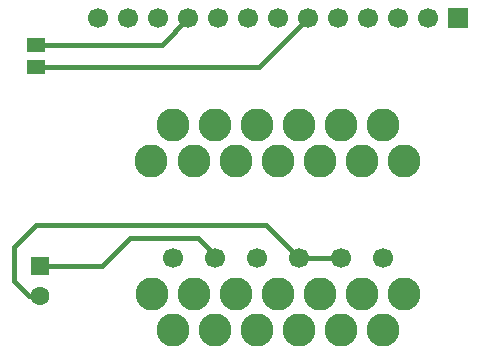
<source format=gbr>
G04 DipTrace 3.3.1.3*
G04 Bottom.gbr*
%MOMM*%
G04 #@! TF.FileFunction,Copper,L2,Bot*
G04 #@! TF.Part,Single*
G04 #@! TA.AperFunction,Conductor*
%ADD13C,0.4*%
%ADD16R,1.5X1.3*%
G04 #@! TA.AperFunction,ComponentPad*
%ADD17R,1.6X1.6*%
%ADD18C,1.6*%
%ADD19C,2.8*%
%ADD20R,1.7X1.7*%
%ADD21C,1.7*%
%FSLAX35Y35*%
G04*
G71*
G90*
G75*
G01*
G04 Bottom*
%LPD*%
X1412723Y3413500D2*
D13*
X3302350D1*
X3714600Y3825750D1*
X1444473Y1476250D2*
X1349223D1*
X1222223Y1603250D1*
Y1889000D1*
X1412723Y2079500D1*
X3359427D1*
X3638327Y1800600D1*
X3994327D1*
X2926327D2*
Y1820020D1*
X2777973Y1968373D1*
X2206473D1*
X1968350Y1730250D1*
X1444473D1*
X1412723Y3603500D2*
X2476350D1*
X2698600Y3825750D1*
D16*
X1412723Y3603500D3*
Y3413500D3*
D17*
X1444473Y1730250D3*
D18*
Y1476250D3*
D19*
X4524087Y2619757D3*
X4346087Y2924757D3*
X4168087Y2619757D3*
X3990087Y2924757D3*
X3812087Y2619757D3*
X3634087Y2924757D3*
X3456087Y2619757D3*
X3278087Y2924757D3*
X3100087Y2619757D3*
X2922087Y2924757D3*
X2744087Y2619757D3*
X2566087Y2924757D3*
X2388087Y2619757D3*
D20*
X4984600Y3825750D3*
D21*
X4730600D3*
X4476600D3*
X4222600D3*
X3968600D3*
X3714600D3*
X3460600D3*
X3206600D3*
X2952600D3*
X2698600D3*
X2444600D3*
X2190600D3*
X1936600D3*
X2570327Y1800600D3*
X2926327D3*
X3282327D3*
X3638327D3*
X3994327D3*
X4350327D3*
D19*
X4528600Y1492123D3*
X4350600Y1187123D3*
X4172600Y1492123D3*
X3994600Y1187123D3*
X3816600Y1492123D3*
X3638600Y1187123D3*
X3460600Y1492123D3*
X3282600Y1187123D3*
X3104600Y1492123D3*
X2926600Y1187123D3*
X2748600Y1492123D3*
X2570600Y1187123D3*
X2392600Y1492123D3*
M02*

</source>
